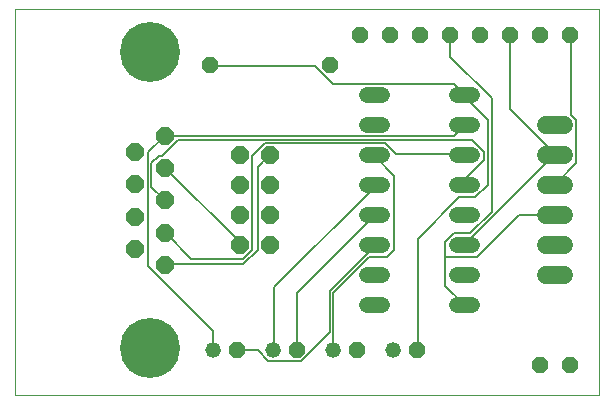
<source format=gbl>
G75*
%MOIN*%
%OFA0B0*%
%FSLAX25Y25*%
%IPPOS*%
%LPD*%
%AMOC8*
5,1,8,0,0,1.08239X$1,22.5*
%
%ADD10C,0.00000*%
%ADD11OC8,0.05200*%
%ADD12C,0.05200*%
%ADD13C,0.05200*%
%ADD14OC8,0.06000*%
%ADD15C,0.06000*%
%ADD16C,0.20000*%
%ADD17C,0.00600*%
D10*
X0052595Y0028933D02*
X0052595Y0157634D01*
X0247516Y0157634D01*
X0247516Y0028933D01*
X0052595Y0028933D01*
D11*
X0126595Y0043933D03*
X0146595Y0043933D03*
X0166595Y0043933D03*
X0186595Y0043933D03*
X0227595Y0038933D03*
X0237595Y0038933D03*
X0157595Y0138933D03*
X0167595Y0148933D03*
X0177595Y0148933D03*
X0187595Y0148933D03*
X0197595Y0148933D03*
X0207595Y0148933D03*
X0217595Y0148933D03*
X0227595Y0148933D03*
X0237595Y0148933D03*
X0117595Y0138933D03*
D12*
X0118595Y0043933D03*
X0138595Y0043933D03*
X0158595Y0043933D03*
X0178595Y0043933D03*
D13*
X0175195Y0058933D02*
X0169995Y0058933D01*
X0169995Y0068933D02*
X0175195Y0068933D01*
X0175195Y0078933D02*
X0169995Y0078933D01*
X0169995Y0088933D02*
X0175195Y0088933D01*
X0175195Y0098933D02*
X0169995Y0098933D01*
X0169995Y0108933D02*
X0175195Y0108933D01*
X0175195Y0118933D02*
X0169995Y0118933D01*
X0169995Y0128933D02*
X0175195Y0128933D01*
X0199995Y0128933D02*
X0205195Y0128933D01*
X0205195Y0118933D02*
X0199995Y0118933D01*
X0199995Y0108933D02*
X0205195Y0108933D01*
X0205195Y0098933D02*
X0199995Y0098933D01*
X0199995Y0088933D02*
X0205195Y0088933D01*
X0205195Y0078933D02*
X0199995Y0078933D01*
X0199995Y0068933D02*
X0205195Y0068933D01*
X0205195Y0058933D02*
X0199995Y0058933D01*
D14*
X0137595Y0078933D03*
X0127595Y0078933D03*
X0127595Y0088933D03*
X0137595Y0088933D03*
X0137595Y0098933D03*
X0127595Y0098933D03*
X0127595Y0108933D03*
X0137595Y0108933D03*
X0102595Y0104733D03*
X0092595Y0099333D03*
X0102595Y0093933D03*
X0092595Y0088533D03*
X0102595Y0083133D03*
X0092595Y0077733D03*
X0102595Y0072333D03*
X0092595Y0110133D03*
X0102595Y0115533D03*
D15*
X0229595Y0118933D02*
X0235595Y0118933D01*
X0235595Y0108933D02*
X0229595Y0108933D01*
X0229595Y0098933D02*
X0235595Y0098933D01*
X0235595Y0088933D02*
X0229595Y0088933D01*
X0229595Y0078933D02*
X0235595Y0078933D01*
X0235595Y0068933D02*
X0229595Y0068933D01*
D16*
X0097595Y0044633D03*
X0097595Y0143233D03*
D17*
X0117595Y0138933D02*
X0117995Y0138733D01*
X0152795Y0138733D01*
X0158795Y0132733D01*
X0198995Y0132733D01*
X0202595Y0129133D01*
X0202595Y0128933D01*
X0202595Y0128533D01*
X0210395Y0120733D01*
X0210395Y0099133D01*
X0206195Y0094933D01*
X0200795Y0094933D01*
X0186995Y0081133D01*
X0186995Y0043933D01*
X0186595Y0043933D01*
X0202595Y0058933D02*
X0195995Y0065533D01*
X0195995Y0075133D01*
X0206795Y0075133D01*
X0220595Y0088933D01*
X0232595Y0088933D01*
X0232595Y0098933D02*
X0232595Y0099133D01*
X0239795Y0106333D01*
X0239795Y0120733D01*
X0237995Y0122533D01*
X0237995Y0148933D01*
X0237595Y0148933D01*
X0217595Y0148933D02*
X0217595Y0124333D01*
X0232595Y0109333D01*
X0232595Y0108933D01*
X0232595Y0109333D02*
X0202595Y0079333D01*
X0202595Y0078933D01*
X0204395Y0082933D02*
X0198995Y0082933D01*
X0195995Y0079933D01*
X0195995Y0075133D01*
X0204395Y0082933D02*
X0211595Y0090133D01*
X0211595Y0127933D01*
X0197795Y0141733D01*
X0197795Y0148933D01*
X0197595Y0148933D01*
X0202595Y0118933D02*
X0198995Y0115333D01*
X0102995Y0115333D01*
X0102595Y0115533D01*
X0096995Y0109933D01*
X0096995Y0072133D01*
X0118595Y0050533D01*
X0118595Y0043933D01*
X0126595Y0043933D02*
X0133595Y0043933D01*
X0137195Y0040333D01*
X0147995Y0040333D01*
X0157595Y0049933D01*
X0157595Y0063733D01*
X0172595Y0078733D01*
X0172595Y0078933D01*
X0170795Y0075133D02*
X0176795Y0075133D01*
X0179195Y0077533D01*
X0179195Y0102133D01*
X0172595Y0108733D01*
X0172595Y0108933D01*
X0176195Y0112933D02*
X0135995Y0112933D01*
X0131795Y0108733D01*
X0131795Y0077533D01*
X0128795Y0074533D01*
X0111395Y0074533D01*
X0102995Y0082933D01*
X0102595Y0083133D01*
X0102995Y0072733D02*
X0102595Y0072333D01*
X0102995Y0072733D02*
X0128795Y0072733D01*
X0133595Y0077533D01*
X0133595Y0105133D01*
X0137195Y0108733D01*
X0137595Y0108933D01*
X0107195Y0114133D02*
X0101795Y0108733D01*
X0100595Y0108733D01*
X0098195Y0106333D01*
X0098195Y0098533D01*
X0102395Y0094333D01*
X0102595Y0093933D01*
X0102995Y0104533D02*
X0102595Y0104733D01*
X0102995Y0104533D02*
X0127595Y0079933D01*
X0127595Y0078933D01*
X0138995Y0064933D02*
X0172595Y0098533D01*
X0172595Y0098933D01*
X0179795Y0109333D02*
X0176195Y0112933D01*
X0179795Y0109333D02*
X0202595Y0109333D01*
X0202595Y0108933D01*
X0204995Y0114133D02*
X0107195Y0114133D01*
X0158795Y0063133D02*
X0170795Y0075133D01*
X0172595Y0088933D02*
X0146795Y0063133D01*
X0146795Y0043933D01*
X0146595Y0043933D01*
X0138995Y0043933D02*
X0138595Y0043933D01*
X0138995Y0043933D02*
X0138995Y0064933D01*
X0158795Y0063133D02*
X0158795Y0043933D01*
X0158595Y0043933D01*
X0202595Y0098933D02*
X0202595Y0100933D01*
X0209195Y0107533D01*
X0209195Y0109933D01*
X0204995Y0114133D01*
M02*

</source>
